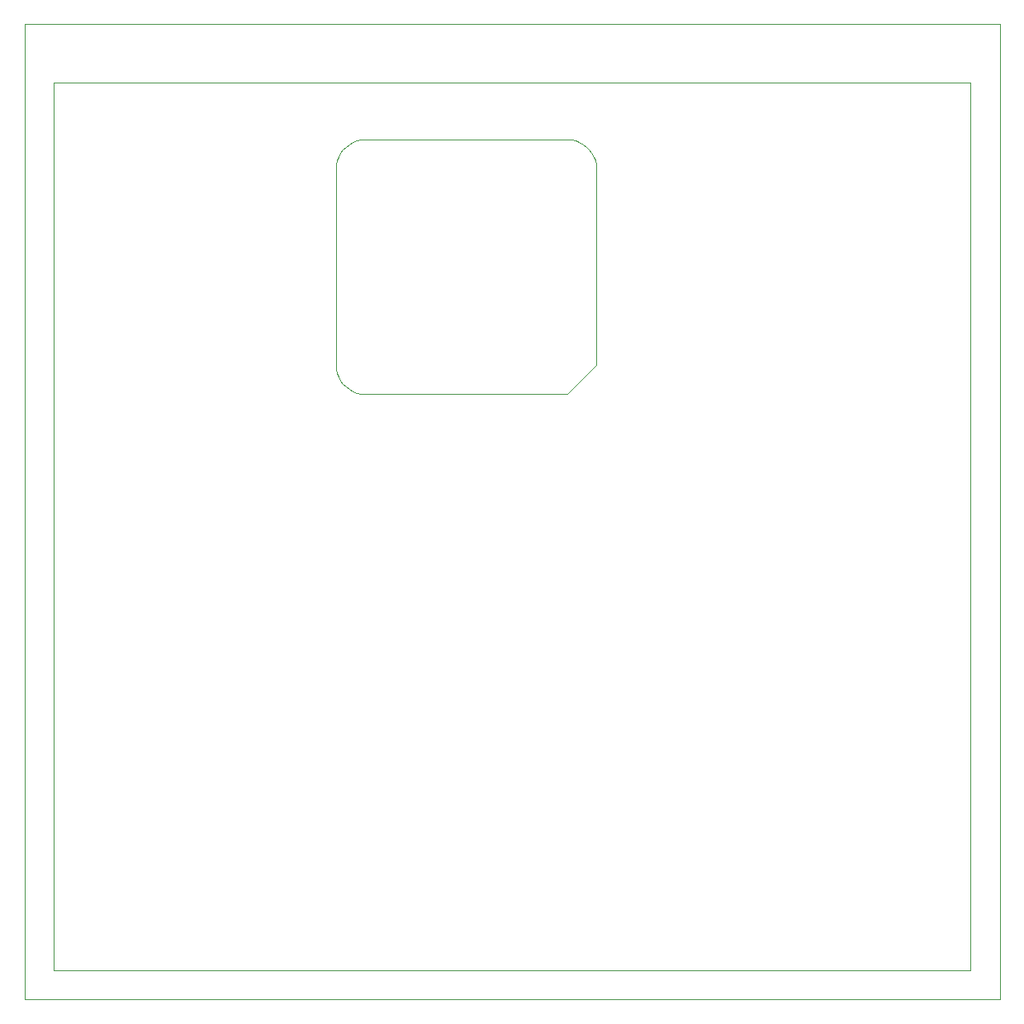
<source format=gko>
%MOIN*%
%OFA0B0*%
%FSLAX44Y44*%
%IPPOS*%
%LPD*%
%ADD10C,0*%
D10*
X00013849Y00024527D02*
X00013849Y00024527D01*
X00022003Y00024527D01*
X00023184Y00025708D01*
X00023184Y00033614D01*
X00023172Y00033782D01*
X00023136Y00033947D01*
X00023077Y00034105D01*
X00022997Y00034253D01*
X00022896Y00034388D01*
X00022776Y00034507D01*
X00022642Y00034608D01*
X00022494Y00034688D01*
X00022336Y00034747D01*
X00022171Y00034783D01*
X00022003Y00034795D01*
X00013849Y00034795D01*
X00013681Y00034783D01*
X00013516Y00034747D01*
X00013358Y00034688D01*
X00013211Y00034608D01*
X00013076Y00034507D01*
X00012956Y00034388D01*
X00012855Y00034253D01*
X00012775Y00034105D01*
X00012716Y00033947D01*
X00012680Y00033782D01*
X00012668Y00033614D01*
X00012668Y00025708D01*
X00012680Y00025540D01*
X00012716Y00025375D01*
X00012775Y00025217D01*
X00012855Y00025069D01*
X00012956Y00024934D01*
X00013076Y00024815D01*
X00013211Y00024714D01*
X00013358Y00024633D01*
X00013516Y00024575D01*
X00013681Y00024539D01*
X00013849Y00024527D01*
X00038288Y00001262D02*
X00038288Y00001262D01*
X00001280Y00001262D01*
X00001280Y00037089D01*
X00038288Y00037089D01*
X00038288Y00001262D01*
X00039469Y00000081D02*
X00039469Y00000081D01*
X00039469Y00039451D01*
X00000099Y00039451D01*
X00000099Y00000081D01*
X00039469Y00000081D01*
M02*
</source>
